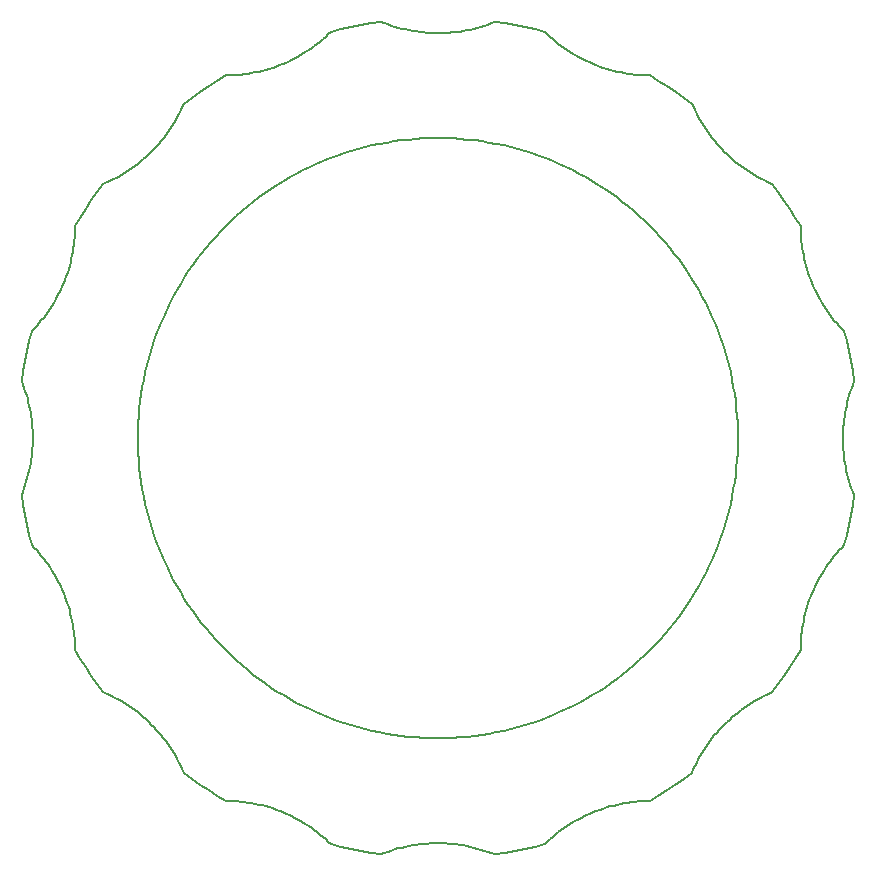
<source format=gko>
G75*
%MOIN*%
%OFA0B0*%
%FSLAX25Y25*%
%IPPOS*%
%LPD*%
%AMOC8*
5,1,8,0,0,1.08239X$1,22.5*
%
%ADD10C,0.00500*%
D10*
X0101516Y0074758D02*
X0101034Y0075870D01*
X0100524Y0076970D01*
X0099989Y0078057D01*
X0099427Y0079132D01*
X0098839Y0080192D01*
X0098226Y0081238D01*
X0097587Y0082268D01*
X0096924Y0083283D01*
X0096236Y0084281D01*
X0095525Y0085263D01*
X0094789Y0086227D01*
X0094031Y0087173D01*
X0093250Y0088100D01*
X0092447Y0089008D01*
X0091622Y0089896D01*
X0090775Y0090764D01*
X0090790Y0090790D02*
X0089922Y0091638D01*
X0089034Y0092464D01*
X0088125Y0093268D01*
X0087198Y0094050D01*
X0086251Y0094809D01*
X0085287Y0095546D01*
X0084305Y0096258D01*
X0083306Y0096946D01*
X0082291Y0097610D01*
X0081259Y0098250D01*
X0080213Y0098864D01*
X0079152Y0099452D01*
X0078077Y0100015D01*
X0076989Y0100551D01*
X0075888Y0101060D01*
X0074775Y0101543D01*
X0061526Y0134588D02*
X0061048Y0135703D01*
X0060543Y0136807D01*
X0060012Y0137897D01*
X0059454Y0138975D01*
X0058871Y0140038D01*
X0058261Y0141087D01*
X0057627Y0142121D01*
X0056967Y0143140D01*
X0056283Y0144142D01*
X0055575Y0145127D01*
X0054843Y0146095D01*
X0054088Y0147044D01*
X0053310Y0147975D01*
X0052510Y0148887D01*
X0051688Y0149779D01*
X0050845Y0150651D01*
X0061503Y0134568D02*
X0061952Y0133443D01*
X0062375Y0132306D01*
X0062769Y0131160D01*
X0063136Y0130004D01*
X0063475Y0128840D01*
X0063785Y0127668D01*
X0064067Y0126489D01*
X0064320Y0125304D01*
X0064545Y0124112D01*
X0064740Y0122916D01*
X0064907Y0121715D01*
X0065044Y0120511D01*
X0065152Y0119303D01*
X0065231Y0118093D01*
X0065280Y0116882D01*
X0065300Y0115670D01*
X0051250Y0186250D02*
X0051235Y0187463D01*
X0051191Y0188676D01*
X0051118Y0189887D01*
X0051015Y0191095D01*
X0050882Y0192301D01*
X0050721Y0193504D01*
X0050530Y0194702D01*
X0050311Y0195895D01*
X0050062Y0197083D01*
X0049785Y0198264D01*
X0049479Y0199438D01*
X0049145Y0200604D01*
X0048783Y0201762D01*
X0048393Y0202911D01*
X0047974Y0204050D01*
X0047529Y0205178D01*
X0051221Y0186241D02*
X0051206Y0185029D01*
X0051161Y0183818D01*
X0051087Y0182608D01*
X0050984Y0181400D01*
X0050851Y0180195D01*
X0050689Y0178993D01*
X0050498Y0177796D01*
X0050279Y0176604D01*
X0050030Y0175417D01*
X0049753Y0174237D01*
X0049447Y0173064D01*
X0049113Y0171898D01*
X0048751Y0170742D01*
X0048361Y0169594D01*
X0047943Y0168456D01*
X0047497Y0167328D01*
X0061526Y0237912D02*
X0061977Y0239038D01*
X0062400Y0240175D01*
X0062795Y0241322D01*
X0063163Y0242478D01*
X0063502Y0243643D01*
X0063813Y0244816D01*
X0064096Y0245996D01*
X0064349Y0247182D01*
X0064574Y0248374D01*
X0064770Y0249572D01*
X0064937Y0250773D01*
X0065075Y0251979D01*
X0065183Y0253187D01*
X0065262Y0254398D01*
X0065311Y0255610D01*
X0065332Y0256823D01*
X0061496Y0237916D02*
X0061018Y0236801D01*
X0060513Y0235699D01*
X0059981Y0234610D01*
X0059423Y0233533D01*
X0058840Y0232471D01*
X0058231Y0231423D01*
X0057596Y0230390D01*
X0056937Y0229372D01*
X0056253Y0228371D01*
X0055545Y0227387D01*
X0054814Y0226420D01*
X0054059Y0225471D01*
X0053282Y0224541D01*
X0052482Y0223630D01*
X0051661Y0222738D01*
X0050818Y0221867D01*
X0090790Y0281710D02*
X0091638Y0282578D01*
X0092464Y0283466D01*
X0093268Y0284375D01*
X0094050Y0285302D01*
X0094809Y0286249D01*
X0095546Y0287213D01*
X0096258Y0288195D01*
X0096946Y0289194D01*
X0097610Y0290209D01*
X0098250Y0291241D01*
X0098864Y0292287D01*
X0099452Y0293348D01*
X0100015Y0294423D01*
X0100551Y0295511D01*
X0101060Y0296612D01*
X0101543Y0297725D01*
X0090764Y0281725D02*
X0089896Y0280878D01*
X0089008Y0280053D01*
X0088100Y0279250D01*
X0087173Y0278469D01*
X0086227Y0277711D01*
X0085263Y0276975D01*
X0084281Y0276264D01*
X0083283Y0275576D01*
X0082268Y0274913D01*
X0081238Y0274274D01*
X0080192Y0273661D01*
X0079132Y0273073D01*
X0078057Y0272511D01*
X0076970Y0271976D01*
X0075870Y0271466D01*
X0074758Y0270984D01*
X0134588Y0310974D02*
X0135703Y0311452D01*
X0136807Y0311957D01*
X0137897Y0312488D01*
X0138975Y0313046D01*
X0140038Y0313629D01*
X0141087Y0314239D01*
X0142121Y0314873D01*
X0143140Y0315533D01*
X0144142Y0316217D01*
X0145127Y0316925D01*
X0146095Y0317657D01*
X0147044Y0318412D01*
X0147975Y0319190D01*
X0148887Y0319990D01*
X0149779Y0320812D01*
X0150651Y0321655D01*
X0134568Y0310997D02*
X0133443Y0310548D01*
X0132306Y0310125D01*
X0131160Y0309731D01*
X0130004Y0309364D01*
X0128840Y0309025D01*
X0127668Y0308715D01*
X0126489Y0308433D01*
X0125304Y0308180D01*
X0124112Y0307955D01*
X0122916Y0307760D01*
X0121715Y0307593D01*
X0120511Y0307456D01*
X0119303Y0307348D01*
X0118093Y0307269D01*
X0116882Y0307220D01*
X0115670Y0307200D01*
X0186250Y0321250D02*
X0187463Y0321265D01*
X0188676Y0321309D01*
X0189887Y0321382D01*
X0191095Y0321485D01*
X0192301Y0321618D01*
X0193504Y0321779D01*
X0194702Y0321970D01*
X0195895Y0322189D01*
X0197083Y0322438D01*
X0198264Y0322715D01*
X0199438Y0323021D01*
X0200604Y0323355D01*
X0201762Y0323717D01*
X0202911Y0324107D01*
X0204050Y0324526D01*
X0205178Y0324971D01*
X0186241Y0321279D02*
X0185029Y0321294D01*
X0183818Y0321339D01*
X0182608Y0321413D01*
X0181400Y0321516D01*
X0180195Y0321649D01*
X0178993Y0321811D01*
X0177796Y0322002D01*
X0176604Y0322221D01*
X0175417Y0322470D01*
X0174237Y0322747D01*
X0173064Y0323053D01*
X0171898Y0323387D01*
X0170742Y0323749D01*
X0169594Y0324139D01*
X0168456Y0324557D01*
X0167328Y0325003D01*
X0237912Y0310974D02*
X0239038Y0310523D01*
X0240175Y0310100D01*
X0241322Y0309705D01*
X0242478Y0309337D01*
X0243643Y0308998D01*
X0244816Y0308687D01*
X0245996Y0308404D01*
X0247182Y0308151D01*
X0248374Y0307926D01*
X0249572Y0307730D01*
X0250774Y0307563D01*
X0251979Y0307425D01*
X0253187Y0307317D01*
X0254398Y0307238D01*
X0255610Y0307189D01*
X0256823Y0307168D01*
X0237916Y0311004D02*
X0236801Y0311482D01*
X0235699Y0311987D01*
X0234610Y0312519D01*
X0233533Y0313077D01*
X0232471Y0313660D01*
X0231423Y0314269D01*
X0230390Y0314904D01*
X0229372Y0315563D01*
X0228371Y0316247D01*
X0227387Y0316955D01*
X0226420Y0317686D01*
X0225471Y0318441D01*
X0224541Y0319218D01*
X0223630Y0320018D01*
X0222738Y0320839D01*
X0221867Y0321682D01*
X0281710Y0281710D02*
X0282578Y0280862D01*
X0283466Y0280036D01*
X0284375Y0279232D01*
X0285302Y0278450D01*
X0286249Y0277691D01*
X0287213Y0276954D01*
X0288195Y0276242D01*
X0289194Y0275554D01*
X0290209Y0274890D01*
X0291241Y0274250D01*
X0292287Y0273636D01*
X0293348Y0273048D01*
X0294423Y0272485D01*
X0295511Y0271949D01*
X0296612Y0271440D01*
X0297725Y0270957D01*
X0281725Y0281736D02*
X0280878Y0282604D01*
X0280053Y0283492D01*
X0279250Y0284400D01*
X0278469Y0285327D01*
X0277711Y0286273D01*
X0276975Y0287237D01*
X0276264Y0288219D01*
X0275576Y0289217D01*
X0274913Y0290232D01*
X0274274Y0291262D01*
X0273661Y0292308D01*
X0273073Y0293368D01*
X0272511Y0294443D01*
X0271976Y0295530D01*
X0271466Y0296630D01*
X0270984Y0297742D01*
X0310974Y0237912D02*
X0311452Y0236797D01*
X0311957Y0235693D01*
X0312488Y0234603D01*
X0313046Y0233525D01*
X0313629Y0232462D01*
X0314239Y0231413D01*
X0314873Y0230379D01*
X0315533Y0229360D01*
X0316217Y0228358D01*
X0316925Y0227373D01*
X0317657Y0226405D01*
X0318412Y0225456D01*
X0319190Y0224525D01*
X0319990Y0223613D01*
X0320812Y0222721D01*
X0321655Y0221849D01*
X0310997Y0237932D02*
X0310548Y0239057D01*
X0310125Y0240194D01*
X0309731Y0241340D01*
X0309364Y0242496D01*
X0309025Y0243660D01*
X0308715Y0244832D01*
X0308433Y0246011D01*
X0308180Y0247196D01*
X0307955Y0248388D01*
X0307760Y0249584D01*
X0307593Y0250785D01*
X0307456Y0251989D01*
X0307348Y0253197D01*
X0307269Y0254407D01*
X0307220Y0255618D01*
X0307200Y0256830D01*
X0321250Y0186250D02*
X0321265Y0185037D01*
X0321309Y0183824D01*
X0321382Y0182613D01*
X0321485Y0181405D01*
X0321618Y0180199D01*
X0321779Y0178996D01*
X0321970Y0177798D01*
X0322189Y0176605D01*
X0322438Y0175417D01*
X0322715Y0174236D01*
X0323021Y0173062D01*
X0323355Y0171896D01*
X0323717Y0170738D01*
X0324107Y0169589D01*
X0324526Y0168450D01*
X0324971Y0167322D01*
X0321279Y0186259D02*
X0321294Y0187471D01*
X0321339Y0188682D01*
X0321413Y0189892D01*
X0321516Y0191100D01*
X0321649Y0192305D01*
X0321811Y0193507D01*
X0322002Y0194704D01*
X0322221Y0195896D01*
X0322470Y0197083D01*
X0322747Y0198263D01*
X0323053Y0199436D01*
X0323387Y0200602D01*
X0323749Y0201758D01*
X0324139Y0202906D01*
X0324557Y0204044D01*
X0325003Y0205172D01*
X0310974Y0134588D02*
X0310523Y0133462D01*
X0310100Y0132325D01*
X0309705Y0131178D01*
X0309337Y0130022D01*
X0308998Y0128857D01*
X0308687Y0127684D01*
X0308404Y0126504D01*
X0308151Y0125318D01*
X0307926Y0124126D01*
X0307730Y0122928D01*
X0307563Y0121726D01*
X0307425Y0120521D01*
X0307317Y0119313D01*
X0307238Y0118102D01*
X0307189Y0116890D01*
X0307168Y0115677D01*
X0311004Y0134584D02*
X0311482Y0135699D01*
X0311987Y0136801D01*
X0312519Y0137890D01*
X0313077Y0138967D01*
X0313660Y0140029D01*
X0314269Y0141077D01*
X0314904Y0142110D01*
X0315563Y0143128D01*
X0316247Y0144129D01*
X0316955Y0145113D01*
X0317686Y0146080D01*
X0318441Y0147029D01*
X0319218Y0147959D01*
X0320018Y0148870D01*
X0320839Y0149762D01*
X0321682Y0150633D01*
X0281710Y0090790D02*
X0280862Y0089922D01*
X0280036Y0089034D01*
X0279232Y0088125D01*
X0278450Y0087198D01*
X0277691Y0086251D01*
X0276954Y0085287D01*
X0276242Y0084305D01*
X0275554Y0083306D01*
X0274890Y0082291D01*
X0274250Y0081259D01*
X0273636Y0080213D01*
X0273048Y0079152D01*
X0272485Y0078077D01*
X0271949Y0076989D01*
X0271440Y0075888D01*
X0270957Y0074775D01*
X0281736Y0090775D02*
X0282604Y0091622D01*
X0283492Y0092447D01*
X0284400Y0093250D01*
X0285327Y0094031D01*
X0286273Y0094789D01*
X0287237Y0095525D01*
X0288219Y0096236D01*
X0289217Y0096924D01*
X0290232Y0097587D01*
X0291262Y0098226D01*
X0292308Y0098839D01*
X0293368Y0099427D01*
X0294443Y0099989D01*
X0295530Y0100524D01*
X0296630Y0101034D01*
X0297742Y0101516D01*
X0237912Y0061526D02*
X0236797Y0061048D01*
X0235693Y0060543D01*
X0234603Y0060012D01*
X0233525Y0059454D01*
X0232462Y0058871D01*
X0231413Y0058261D01*
X0230379Y0057627D01*
X0229360Y0056967D01*
X0228358Y0056283D01*
X0227373Y0055575D01*
X0226405Y0054843D01*
X0225456Y0054088D01*
X0224525Y0053310D01*
X0223613Y0052510D01*
X0222721Y0051688D01*
X0221849Y0050845D01*
X0237932Y0061503D02*
X0239057Y0061952D01*
X0240194Y0062375D01*
X0241340Y0062769D01*
X0242496Y0063136D01*
X0243660Y0063475D01*
X0244832Y0063785D01*
X0246011Y0064067D01*
X0247196Y0064320D01*
X0248388Y0064545D01*
X0249584Y0064740D01*
X0250785Y0064907D01*
X0251989Y0065044D01*
X0253197Y0065152D01*
X0254407Y0065231D01*
X0255618Y0065280D01*
X0256830Y0065300D01*
X0186250Y0051250D02*
X0185037Y0051235D01*
X0183824Y0051191D01*
X0182613Y0051118D01*
X0181405Y0051015D01*
X0180199Y0050882D01*
X0178996Y0050721D01*
X0177798Y0050530D01*
X0176605Y0050311D01*
X0175417Y0050062D01*
X0174236Y0049785D01*
X0173062Y0049479D01*
X0171896Y0049145D01*
X0170738Y0048783D01*
X0169589Y0048393D01*
X0168450Y0047974D01*
X0167322Y0047529D01*
X0186259Y0051221D02*
X0187471Y0051206D01*
X0188682Y0051161D01*
X0189892Y0051087D01*
X0191100Y0050984D01*
X0192305Y0050851D01*
X0193507Y0050689D01*
X0194704Y0050498D01*
X0195896Y0050279D01*
X0197083Y0050030D01*
X0198263Y0049753D01*
X0199436Y0049447D01*
X0200602Y0049113D01*
X0201758Y0048751D01*
X0202906Y0048361D01*
X0204044Y0047943D01*
X0205172Y0047497D01*
X0134588Y0061526D02*
X0133462Y0061977D01*
X0132325Y0062400D01*
X0131178Y0062795D01*
X0130022Y0063163D01*
X0128857Y0063502D01*
X0127684Y0063813D01*
X0126504Y0064096D01*
X0125318Y0064349D01*
X0124126Y0064574D01*
X0122928Y0064770D01*
X0121727Y0064937D01*
X0120521Y0065075D01*
X0119313Y0065183D01*
X0118102Y0065262D01*
X0116890Y0065311D01*
X0115677Y0065332D01*
X0134584Y0061496D02*
X0135699Y0061018D01*
X0136801Y0060513D01*
X0137890Y0059981D01*
X0138967Y0059423D01*
X0140029Y0058840D01*
X0141077Y0058231D01*
X0142110Y0057596D01*
X0143128Y0056937D01*
X0144129Y0056253D01*
X0145113Y0055545D01*
X0146080Y0054814D01*
X0147029Y0054059D01*
X0147959Y0053282D01*
X0148870Y0052482D01*
X0149762Y0051661D01*
X0150633Y0050818D01*
X0205158Y0047500D02*
X0208520Y0048000D01*
X0211869Y0048582D01*
X0215202Y0049244D01*
X0218519Y0049988D01*
X0221816Y0050812D01*
X0297732Y0101509D02*
X0299755Y0104240D01*
X0301712Y0107020D01*
X0303600Y0109845D01*
X0305420Y0112716D01*
X0307169Y0115631D01*
X0325000Y0205158D02*
X0324500Y0208520D01*
X0323918Y0211869D01*
X0323256Y0215202D01*
X0322512Y0218519D01*
X0321688Y0221816D01*
X0270991Y0297732D02*
X0268260Y0299755D01*
X0265480Y0301712D01*
X0262655Y0303600D01*
X0259784Y0305420D01*
X0256869Y0307169D01*
X0167342Y0325000D02*
X0163980Y0324500D01*
X0160631Y0323918D01*
X0157298Y0323256D01*
X0153981Y0322512D01*
X0150684Y0321688D01*
X0074768Y0270991D02*
X0072745Y0268260D01*
X0070788Y0265480D01*
X0068900Y0262655D01*
X0067080Y0259784D01*
X0065331Y0256869D01*
X0047500Y0167342D02*
X0048000Y0163980D01*
X0048582Y0160631D01*
X0049244Y0157298D01*
X0049988Y0153981D01*
X0050812Y0150684D01*
X0101509Y0074768D02*
X0104240Y0072745D01*
X0107020Y0070788D01*
X0109845Y0068900D01*
X0112716Y0067080D01*
X0115631Y0065331D01*
X0150622Y0050826D02*
X0153920Y0050002D01*
X0157236Y0049258D01*
X0160570Y0048594D01*
X0163918Y0048012D01*
X0167280Y0047512D01*
X0256816Y0065298D02*
X0259731Y0067046D01*
X0262602Y0068865D01*
X0265428Y0070753D01*
X0268208Y0072710D01*
X0270939Y0074733D01*
X0321674Y0150622D02*
X0322498Y0153920D01*
X0323242Y0157236D01*
X0323906Y0160570D01*
X0324488Y0163918D01*
X0324988Y0167280D01*
X0307202Y0256816D02*
X0305454Y0259731D01*
X0303635Y0262602D01*
X0301747Y0265428D01*
X0299790Y0268208D01*
X0297767Y0270939D01*
X0221878Y0321674D02*
X0218580Y0322498D01*
X0215264Y0323242D01*
X0211930Y0323906D01*
X0208582Y0324488D01*
X0205220Y0324988D01*
X0115684Y0307202D02*
X0112769Y0305454D01*
X0109898Y0303635D01*
X0107072Y0301747D01*
X0104292Y0299790D01*
X0101561Y0297767D01*
X0050826Y0221878D02*
X0050002Y0218580D01*
X0049258Y0215264D01*
X0048594Y0211930D01*
X0048012Y0208582D01*
X0047512Y0205220D01*
X0065298Y0115684D02*
X0067046Y0112769D01*
X0068865Y0109898D01*
X0070753Y0107072D01*
X0072710Y0104292D01*
X0074733Y0101561D01*
X0086250Y0186250D02*
X0086280Y0188704D01*
X0086370Y0191157D01*
X0086521Y0193606D01*
X0086732Y0196052D01*
X0087002Y0198491D01*
X0087332Y0200923D01*
X0087722Y0203346D01*
X0088171Y0205759D01*
X0088680Y0208160D01*
X0089247Y0210548D01*
X0089872Y0212921D01*
X0090556Y0215278D01*
X0091297Y0217618D01*
X0092096Y0219939D01*
X0092951Y0222240D01*
X0093862Y0224518D01*
X0094829Y0226774D01*
X0095851Y0229006D01*
X0096928Y0231211D01*
X0098058Y0233390D01*
X0099241Y0235540D01*
X0100477Y0237660D01*
X0101765Y0239750D01*
X0103103Y0241807D01*
X0104492Y0243831D01*
X0105929Y0245820D01*
X0107415Y0247773D01*
X0108949Y0249689D01*
X0110529Y0251567D01*
X0112155Y0253406D01*
X0113825Y0255204D01*
X0115539Y0256961D01*
X0117296Y0258675D01*
X0119094Y0260345D01*
X0120933Y0261971D01*
X0122811Y0263551D01*
X0124727Y0265085D01*
X0126680Y0266571D01*
X0128669Y0268008D01*
X0130693Y0269397D01*
X0132750Y0270735D01*
X0134840Y0272023D01*
X0136960Y0273259D01*
X0139110Y0274442D01*
X0141289Y0275572D01*
X0143494Y0276649D01*
X0145726Y0277671D01*
X0147982Y0278638D01*
X0150260Y0279549D01*
X0152561Y0280404D01*
X0154882Y0281203D01*
X0157222Y0281944D01*
X0159579Y0282628D01*
X0161952Y0283253D01*
X0164340Y0283820D01*
X0166741Y0284329D01*
X0169154Y0284778D01*
X0171577Y0285168D01*
X0174009Y0285498D01*
X0176448Y0285768D01*
X0178894Y0285979D01*
X0181343Y0286130D01*
X0183796Y0286220D01*
X0186250Y0286250D01*
X0188704Y0286220D01*
X0191157Y0286130D01*
X0193606Y0285979D01*
X0196052Y0285768D01*
X0198491Y0285498D01*
X0200923Y0285168D01*
X0203346Y0284778D01*
X0205759Y0284329D01*
X0208160Y0283820D01*
X0210548Y0283253D01*
X0212921Y0282628D01*
X0215278Y0281944D01*
X0217618Y0281203D01*
X0219939Y0280404D01*
X0222240Y0279549D01*
X0224518Y0278638D01*
X0226774Y0277671D01*
X0229006Y0276649D01*
X0231211Y0275572D01*
X0233390Y0274442D01*
X0235540Y0273259D01*
X0237660Y0272023D01*
X0239750Y0270735D01*
X0241807Y0269397D01*
X0243831Y0268008D01*
X0245820Y0266571D01*
X0247773Y0265085D01*
X0249689Y0263551D01*
X0251567Y0261971D01*
X0253406Y0260345D01*
X0255204Y0258675D01*
X0256961Y0256961D01*
X0258675Y0255204D01*
X0260345Y0253406D01*
X0261971Y0251567D01*
X0263551Y0249689D01*
X0265085Y0247773D01*
X0266571Y0245820D01*
X0268008Y0243831D01*
X0269397Y0241807D01*
X0270735Y0239750D01*
X0272023Y0237660D01*
X0273259Y0235540D01*
X0274442Y0233390D01*
X0275572Y0231211D01*
X0276649Y0229006D01*
X0277671Y0226774D01*
X0278638Y0224518D01*
X0279549Y0222240D01*
X0280404Y0219939D01*
X0281203Y0217618D01*
X0281944Y0215278D01*
X0282628Y0212921D01*
X0283253Y0210548D01*
X0283820Y0208160D01*
X0284329Y0205759D01*
X0284778Y0203346D01*
X0285168Y0200923D01*
X0285498Y0198491D01*
X0285768Y0196052D01*
X0285979Y0193606D01*
X0286130Y0191157D01*
X0286220Y0188704D01*
X0286250Y0186250D01*
X0286220Y0183796D01*
X0286130Y0181343D01*
X0285979Y0178894D01*
X0285768Y0176448D01*
X0285498Y0174009D01*
X0285168Y0171577D01*
X0284778Y0169154D01*
X0284329Y0166741D01*
X0283820Y0164340D01*
X0283253Y0161952D01*
X0282628Y0159579D01*
X0281944Y0157222D01*
X0281203Y0154882D01*
X0280404Y0152561D01*
X0279549Y0150260D01*
X0278638Y0147982D01*
X0277671Y0145726D01*
X0276649Y0143494D01*
X0275572Y0141289D01*
X0274442Y0139110D01*
X0273259Y0136960D01*
X0272023Y0134840D01*
X0270735Y0132750D01*
X0269397Y0130693D01*
X0268008Y0128669D01*
X0266571Y0126680D01*
X0265085Y0124727D01*
X0263551Y0122811D01*
X0261971Y0120933D01*
X0260345Y0119094D01*
X0258675Y0117296D01*
X0256961Y0115539D01*
X0255204Y0113825D01*
X0253406Y0112155D01*
X0251567Y0110529D01*
X0249689Y0108949D01*
X0247773Y0107415D01*
X0245820Y0105929D01*
X0243831Y0104492D01*
X0241807Y0103103D01*
X0239750Y0101765D01*
X0237660Y0100477D01*
X0235540Y0099241D01*
X0233390Y0098058D01*
X0231211Y0096928D01*
X0229006Y0095851D01*
X0226774Y0094829D01*
X0224518Y0093862D01*
X0222240Y0092951D01*
X0219939Y0092096D01*
X0217618Y0091297D01*
X0215278Y0090556D01*
X0212921Y0089872D01*
X0210548Y0089247D01*
X0208160Y0088680D01*
X0205759Y0088171D01*
X0203346Y0087722D01*
X0200923Y0087332D01*
X0198491Y0087002D01*
X0196052Y0086732D01*
X0193606Y0086521D01*
X0191157Y0086370D01*
X0188704Y0086280D01*
X0186250Y0086250D01*
X0183796Y0086280D01*
X0181343Y0086370D01*
X0178894Y0086521D01*
X0176448Y0086732D01*
X0174009Y0087002D01*
X0171577Y0087332D01*
X0169154Y0087722D01*
X0166741Y0088171D01*
X0164340Y0088680D01*
X0161952Y0089247D01*
X0159579Y0089872D01*
X0157222Y0090556D01*
X0154882Y0091297D01*
X0152561Y0092096D01*
X0150260Y0092951D01*
X0147982Y0093862D01*
X0145726Y0094829D01*
X0143494Y0095851D01*
X0141289Y0096928D01*
X0139110Y0098058D01*
X0136960Y0099241D01*
X0134840Y0100477D01*
X0132750Y0101765D01*
X0130693Y0103103D01*
X0128669Y0104492D01*
X0126680Y0105929D01*
X0124727Y0107415D01*
X0122811Y0108949D01*
X0120933Y0110529D01*
X0119094Y0112155D01*
X0117296Y0113825D01*
X0115539Y0115539D01*
X0113825Y0117296D01*
X0112155Y0119094D01*
X0110529Y0120933D01*
X0108949Y0122811D01*
X0107415Y0124727D01*
X0105929Y0126680D01*
X0104492Y0128669D01*
X0103103Y0130693D01*
X0101765Y0132750D01*
X0100477Y0134840D01*
X0099241Y0136960D01*
X0098058Y0139110D01*
X0096928Y0141289D01*
X0095851Y0143494D01*
X0094829Y0145726D01*
X0093862Y0147982D01*
X0092951Y0150260D01*
X0092096Y0152561D01*
X0091297Y0154882D01*
X0090556Y0157222D01*
X0089872Y0159579D01*
X0089247Y0161952D01*
X0088680Y0164340D01*
X0088171Y0166741D01*
X0087722Y0169154D01*
X0087332Y0171577D01*
X0087002Y0174009D01*
X0086732Y0176448D01*
X0086521Y0178894D01*
X0086370Y0181343D01*
X0086280Y0183796D01*
X0086250Y0186250D01*
M02*

</source>
